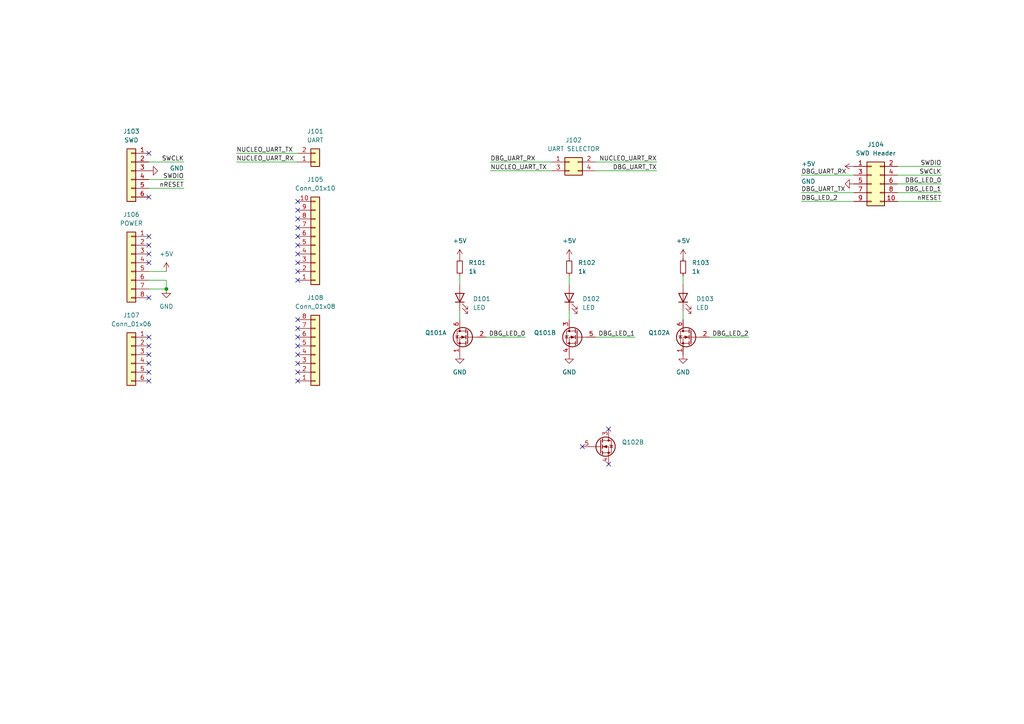
<source format=kicad_sch>
(kicad_sch (version 20230121) (generator eeschema)
  (paper "A4")
  (lib_symbols
    (symbol "Connector_Generic:Conn_01x02" (pin_names (offset 1.016) hide)
      (property "Reference" "J" (at 0 2.54 0))
      (property "Value" "Conn_01x02" (at 0 -5.08 0))
      (symbol "Conn_01x02_1_1"
        (rectangle (start -1.27 -2.413) (end 0 -2.667) (stroke (width 0.1524)))
        (rectangle (start -1.27 0.127) (end 0 -0.127) (stroke (width 0.1524)))
        (rectangle (start -1.27 1.27) (end 1.27 -3.81) (stroke (width 0.254)) (fill (type background)))
        (pin passive line (at -5.08 0 0) (length 3.81) (name "Pin_1") (number "1"))
        (pin passive line (at -5.08 -2.54 0) (length 3.81) (name "Pin_2") (number "2"))
      )
    )
    (symbol "Connector_Generic:Conn_01x06" (pin_names (offset 1.016) hide)
      (property "Reference" "J" (at 0 7.62 0))
      (property "Value" "Conn_01x06" (at 0 -10.16 0))
      (symbol "Conn_01x06_1_1"
        (rectangle (start -1.27 -7.493) (end 0 -7.747) (stroke (width 0.1524)))
        (rectangle (start -1.27 -4.953) (end 0 -5.207) (stroke (width 0.1524)))
        (rectangle (start -1.27 -2.413) (end 0 -2.667) (stroke (width 0.1524)))
        (rectangle (start -1.27 0.127) (end 0 -0.127) (stroke (width 0.1524)))
        (rectangle (start -1.27 2.667) (end 0 2.413) (stroke (width 0.1524)))
        (rectangle (start -1.27 5.207) (end 0 4.953) (stroke (width 0.1524)))
        (rectangle (start -1.27 6.35) (end 1.27 -8.89) (stroke (width 0.254)) (fill (type background)))
        (pin passive line (at -5.08 5.08 0) (length 3.81) (name "Pin_1") (number "1"))
        (pin passive line (at -5.08 2.54 0) (length 3.81) (name "Pin_2") (number "2"))
        (pin passive line (at -5.08 0 0) (length 3.81) (name "Pin_3") (number "3"))
        (pin passive line (at -5.08 -2.54 0) (length 3.81) (name "Pin_4") (number "4"))
        (pin passive line (at -5.08 -5.08 0) (length 3.81) (name "Pin_5") (number "5"))
        (pin passive line (at -5.08 -7.62 0) (length 3.81) (name "Pin_6") (number "6"))
      )
    )
    (symbol "Connector_Generic:Conn_01x08" (pin_names (offset 1.016) hide)
      (property "Reference" "J" (at 0 10.16 0))
      (property "Value" "Conn_01x08" (at 0 -12.7 0))
      (symbol "Conn_01x08_1_1"
        (rectangle (start -1.27 -10.033) (end 0 -10.287) (stroke (width 0.1524)))
        (rectangle (start -1.27 -7.493) (end 0 -7.747) (stroke (width 0.1524)))
        (rectangle (start -1.27 -4.953) (end 0 -5.207) (stroke (width 0.1524)))
        (rectangle (start -1.27 -2.413) (end 0 -2.667) (stroke (width 0.1524)))
        (rectangle (start -1.27 0.127) (end 0 -0.127) (stroke (width 0.1524)))
        (rectangle (start -1.27 2.667) (end 0 2.413) (stroke (width 0.1524)))
        (rectangle (start -1.27 5.207) (end 0 4.953) (stroke (width 0.1524)))
        (rectangle (start -1.27 7.747) (end 0 7.493) (stroke (width 0.1524)))
        (rectangle (start -1.27 8.89) (end 1.27 -11.43) (stroke (width 0.254)) (fill (type background)))
        (pin passive line (at -5.08 7.62 0) (length 3.81) (name "Pin_1") (number "1"))
        (pin passive line (at -5.08 5.08 0) (length 3.81) (name "Pin_2") (number "2"))
        (pin passive line (at -5.08 2.54 0) (length 3.81) (name "Pin_3") (number "3"))
        (pin passive line (at -5.08 0 0) (length 3.81) (name "Pin_4") (number "4"))
        (pin passive line (at -5.08 -2.54 0) (length 3.81) (name "Pin_5") (number "5"))
        (pin passive line (at -5.08 -5.08 0) (length 3.81) (name "Pin_6") (number "6"))
        (pin passive line (at -5.08 -7.62 0) (length 3.81) (name "Pin_7") (number "7"))
        (pin passive line (at -5.08 -10.16 0) (length 3.81) (name "Pin_8") (number "8"))
      )
    )
    (symbol "Connector_Generic:Conn_01x10" (pin_names (offset 1.016) hide)
      (property "Reference" "J" (at 0 12.7 0))
      (property "Value" "Conn_01x10" (at 0 -15.24 0))
      (symbol "Conn_01x10_1_1"
        (rectangle (start -1.27 -12.573) (end 0 -12.827) (stroke (width 0.1524)))
        (rectangle (start -1.27 -10.033) (end 0 -10.287) (stroke (width 0.1524)))
        (rectangle (start -1.27 -7.493) (end 0 -7.747) (stroke (width 0.1524)))
        (rectangle (start -1.27 -4.953) (end 0 -5.207) (stroke (width 0.1524)))
        (rectangle (start -1.27 -2.413) (end 0 -2.667) (stroke (width 0.1524)))
        (rectangle (start -1.27 0.127) (end 0 -0.127) (stroke (width 0.1524)))
        (rectangle (start -1.27 2.667) (end 0 2.413) (stroke (width 0.1524)))
        (rectangle (start -1.27 5.207) (end 0 4.953) (stroke (width 0.1524)))
        (rectangle (start -1.27 7.747) (end 0 7.493) (stroke (width 0.1524)))
        (rectangle (start -1.27 10.287) (end 0 10.033) (stroke (width 0.1524)))
        (rectangle (start -1.27 11.43) (end 1.27 -13.97) (stroke (width 0.254)) (fill (type background)))
        (pin passive line (at -5.08 10.16 0) (length 3.81) (name "Pin_1") (number "1"))
        (pin passive line (at -5.08 -12.7 0) (length 3.81) (name "Pin_10") (number "10"))
        (pin passive line (at -5.08 7.62 0) (length 3.81) (name "Pin_2") (number "2"))
        (pin passive line (at -5.08 5.08 0) (length 3.81) (name "Pin_3") (number "3"))
        (pin passive line (at -5.08 2.54 0) (length 3.81) (name "Pin_4") (number "4"))
        (pin passive line (at -5.08 0 0) (length 3.81) (name "Pin_5") (number "5"))
        (pin passive line (at -5.08 -2.54 0) (length 3.81) (name "Pin_6") (number "6"))
        (pin passive line (at -5.08 -5.08 0) (length 3.81) (name "Pin_7") (number "7"))
        (pin passive line (at -5.08 -7.62 0) (length 3.81) (name "Pin_8") (number "8"))
        (pin passive line (at -5.08 -10.16 0) (length 3.81) (name "Pin_9") (number "9"))
      )
    )
    (symbol "Connector_Generic:Conn_02x02_Odd_Even" (pin_names (offset 1.016) hide)
      (property "Reference" "J" (at 1.27 2.54 0))
      (property "Value" "Conn_02x02_Odd_Even" (at 1.27 -5.08 0))
      (symbol "Conn_02x02_Odd_Even_1_1"
        (rectangle (start -1.27 -2.413) (end 0 -2.667) (stroke (width 0.1524)))
        (rectangle (start -1.27 0.127) (end 0 -0.127) (stroke (width 0.1524)))
        (rectangle (start -1.27 1.27) (end 3.81 -3.81) (stroke (width 0.254)) (fill (type background)))
        (rectangle (start 3.81 -2.413) (end 2.54 -2.667) (stroke (width 0.1524)))
        (rectangle (start 3.81 0.127) (end 2.54 -0.127) (stroke (width 0.1524)))
        (pin passive line (at -5.08 0 0) (length 3.81) (name "Pin_1") (number "1"))
        (pin passive line (at 7.62 0 180) (length 3.81) (name "Pin_2") (number "2"))
        (pin passive line (at -5.08 -2.54 0) (length 3.81) (name "Pin_3") (number "3"))
        (pin passive line (at 7.62 -2.54 180) (length 3.81) (name "Pin_4") (number "4"))
      )
    )
    (symbol "Connector_Generic:Conn_02x05_Odd_Even" (pin_names (offset 1.016) hide)
      (property "Reference" "J" (at 1.27 7.62 0))
      (property "Value" "Conn_02x05_Odd_Even" (at 1.27 -7.62 0))
      (symbol "Conn_02x05_Odd_Even_1_1"
        (rectangle (start -1.27 -4.953) (end 0 -5.207) (stroke (width 0.1524)))
        (rectangle (start -1.27 -2.413) (end 0 -2.667) (stroke (width 0.1524)))
        (rectangle (start -1.27 0.127) (end 0 -0.127) (stroke (width 0.1524)))
        (rectangle (start -1.27 2.667) (end 0 2.413) (stroke (width 0.1524)))
        (rectangle (start -1.27 5.207) (end 0 4.953) (stroke (width 0.1524)))
        (rectangle (start -1.27 6.35) (end 3.81 -6.35) (stroke (width 0.254)) (fill (type background)))
        (rectangle (start 3.81 -4.953) (end 2.54 -5.207) (stroke (width 0.1524)))
        (rectangle (start 3.81 -2.413) (end 2.54 -2.667) (stroke (width 0.1524)))
        (rectangle (start 3.81 0.127) (end 2.54 -0.127) (stroke (width 0.1524)))
        (rectangle (start 3.81 2.667) (end 2.54 2.413) (stroke (width 0.1524)))
        (rectangle (start 3.81 5.207) (end 2.54 4.953) (stroke (width 0.1524)))
        (pin passive line (at -5.08 5.08 0) (length 3.81) (name "Pin_1") (number "1"))
        (pin passive line (at 7.62 -5.08 180) (length 3.81) (name "Pin_10") (number "10"))
        (pin passive line (at 7.62 5.08 180) (length 3.81) (name "Pin_2") (number "2"))
        (pin passive line (at -5.08 2.54 0) (length 3.81) (name "Pin_3") (number "3"))
        (pin passive line (at 7.62 2.54 180) (length 3.81) (name "Pin_4") (number "4"))
        (pin passive line (at -5.08 0 0) (length 3.81) (name "Pin_5") (number "5"))
        (pin passive line (at 7.62 0 180) (length 3.81) (name "Pin_6") (number "6"))
        (pin passive line (at -5.08 -2.54 0) (length 3.81) (name "Pin_7") (number "7"))
        (pin passive line (at 7.62 -2.54 180) (length 3.81) (name "Pin_8") (number "8"))
        (pin passive line (at -5.08 -5.08 0) (length 3.81) (name "Pin_9") (number "9"))
      )
    )
    (symbol "Device:LED" (pin_numbers hide) (pin_names (offset 1.016) hide)
      (property "Reference" "D" (at 0 2.54 0))
      (property "Value" "LED" (at 0 -2.54 0))
      (symbol "LED_0_1"
        (polyline (pts (xy -1.27 -1.27) (xy -1.27 1.27)) (stroke (width 0.254)))
        (polyline (pts (xy -1.27 0) (xy 1.27 0)))
        (polyline (pts (xy 1.27 -1.27) (xy 1.27 1.27) (xy -1.27 0) (xy 1.27 -1.27)) (stroke (width 0.254)))
        (polyline (pts (xy -3.048 -0.762) (xy -4.572 -2.286) (xy -3.81 -2.286) (xy -4.572 -2.286) (xy -4.572 -1.524)))
        (polyline (pts (xy -1.778 -0.762) (xy -3.302 -2.286) (xy -2.54 -2.286) (xy -3.302 -2.286) (xy -3.302 -1.524)))
      )
      (symbol "LED_1_1"
        (pin passive line (at -3.81 0 0) (length 2.54) (name "K") (number "1"))
        (pin passive line (at 3.81 0 180) (length 2.54) (name "A") (number "2"))
      )
    )
    (symbol "Device:Q_Dual_NMOS_S1G1D2S2G2D1" (pin_names (offset 0) hide)
      (property "Reference" "Q" (at 6.35 1.27 0))
      (property "Value" "Q_Dual_NMOS_S1G1D2S2G2D1" (at 19.05 -1.27 0))
      (symbol "Q_Dual_NMOS_S1G1D2S2G2D1_0_1"
        (polyline (pts (xy 0.254 0) (xy -2.54 0)))
        (polyline (pts (xy 0.254 1.905) (xy 0.254 -1.905)) (stroke (width 0.254)))
        (polyline (pts (xy 0.762 -1.27) (xy 0.762 -2.286)) (stroke (width 0.254)))
        (polyline (pts (xy 0.762 0.508) (xy 0.762 -0.508)) (stroke (width 0.254)))
        (polyline (pts (xy 0.762 2.286) (xy 0.762 1.27)) (stroke (width 0.254)))
        (polyline (pts (xy 2.54 2.54) (xy 2.54 1.778)))
        (polyline (pts (xy 2.54 -2.54) (xy 2.54 0) (xy 0.762 0)))
        (polyline (pts (xy 0.762 -1.778) (xy 3.302 -1.778) (xy 3.302 1.778) (xy 0.762 1.778)))
        (polyline (pts (xy 1.016 0) (xy 2.032 0.381) (xy 2.032 -0.381) (xy 1.016 0)) (fill (type outline)))
        (polyline (pts (xy 2.794 0.508) (xy 2.921 0.381) (xy 3.683 0.381) (xy 3.81 0.254)))
        (polyline (pts (xy 3.302 0.381) (xy 2.921 -0.254) (xy 3.683 -0.254) (xy 3.302 0.381)))
        (circle (center 1.651 0) (radius 2.794) (stroke (width 0.254)))
        (circle (center 2.54 -1.778) (radius 0.254) (fill (type outline)))
        (circle (center 2.54 1.778) (radius 0.254) (fill (type outline)))
      )
      (symbol "Q_Dual_NMOS_S1G1D2S2G2D1_1_1"
        (pin passive line (at 2.54 -5.08 90) (length 2.54) (name "S") (number "1"))
        (pin input line (at -5.08 0 0) (length 2.54) (name "G") (number "2"))
        (pin passive line (at 2.54 5.08 270) (length 2.54) (name "D") (number "6"))
      )
      (symbol "Q_Dual_NMOS_S1G1D2S2G2D1_2_1"
        (pin passive line (at 2.54 5.08 270) (length 2.54) (name "D") (number "3"))
        (pin passive line (at 2.54 -5.08 90) (length 2.54) (name "S") (number "4"))
        (pin input line (at -5.08 0 0) (length 2.54) (name "G") (number "5"))
      )
    )
    (symbol "Device:R_Small" (pin_numbers hide) (pin_names (offset 0.254) hide)
      (property "Reference" "R" (at 0.762 0.508 0))
      (property "Value" "R_Small" (at 0.762 -1.016 0))
      (symbol "R_Small_0_1"
        (rectangle (start -0.762 1.778) (end 0.762 -1.778) (stroke (width 0.2032)))
      )
      (symbol "R_Small_1_1"
        (pin passive line (at 0 2.54 270) (length 0.762) (name "~") (number "1"))
        (pin passive line (at 0 -2.54 90) (length 0.762) (name "~") (number "2"))
      )
    )
    (symbol "power:+5V" (power) (pin_names (offset 0))
      (property "Value" "+5V" (at 0 3.556 0))
      (symbol "+5V_0_1"
        (polyline (pts (xy -0.762 1.27) (xy 0 2.54)))
        (polyline (pts (xy 0 0) (xy 0 2.54)))
        (polyline (pts (xy 0 2.54) (xy 0.762 1.27)))
      )
      (symbol "+5V_1_1"
        (pin power_in line (at 0 0 90) (length 0) hide (name "+5V") (number "1"))
      )
    )
    (symbol "power:GND" (power) (pin_names (offset 0))
      (property "Value" "GND" (at 0 -3.81 0))
      (symbol "GND_0_1"
        (polyline (pts (xy 0 0) (xy 0 -1.27) (xy 1.27 -1.27) (xy 0 -2.54) (xy -1.27 -1.27) (xy 0 -1.27)))
      )
      (symbol "GND_1_1"
        (pin power_in line (at 0 0 270) (length 0) hide (name "GND") (number "1"))
      )
    )
  )
  (junction (at 48.26 83.82))
  (no_connect (at 86.36 58.42))
  (no_connect (at 168.91 129.54))
  (no_connect (at 43.18 68.58))
  (no_connect (at 86.36 100.33))
  (no_connect (at 86.36 73.66))
  (no_connect (at 86.36 71.12))
  (no_connect (at 43.18 107.95))
  (no_connect (at 43.18 97.79))
  (no_connect (at 86.36 66.04))
  (no_connect (at 86.36 102.87))
  (no_connect (at 176.53 124.46))
  (no_connect (at 86.36 60.96))
  (no_connect (at 43.18 102.87))
  (no_connect (at 176.53 134.62))
  (no_connect (at 86.36 107.95))
  (no_connect (at 43.18 105.41))
  (no_connect (at 86.36 105.41))
  (no_connect (at 43.18 57.15))
  (no_connect (at 86.36 81.28))
  (no_connect (at 43.18 76.2))
  (no_connect (at 86.36 110.49))
  (no_connect (at 86.36 76.2))
  (no_connect (at 86.36 68.58))
  (no_connect (at 86.36 97.79))
  (no_connect (at 86.36 92.71))
  (no_connect (at 86.36 63.5))
  (no_connect (at 43.18 44.45))
  (no_connect (at 86.36 95.25))
  (no_connect (at 43.18 86.36))
  (no_connect (at 43.18 100.33))
  (no_connect (at 43.18 73.66))
  (no_connect (at 86.36 78.74))
  (no_connect (at 43.18 71.12))
  (no_connect (at 43.18 110.49))
  (wire (pts (xy 68.58 44.45) (xy 86.36 44.45)))
  (wire (pts (xy 260.35 50.8) (xy 273.05 50.8)))
  (wire (pts (xy 260.35 58.42) (xy 273.05 58.42)))
  (wire (pts (xy 232.41 55.88) (xy 247.65 55.88)))
  (wire (pts (xy 260.35 55.88) (xy 273.05 55.88)))
  (wire (pts (xy 43.18 52.07) (xy 53.34 52.07)))
  (wire (pts (xy 142.24 46.99) (xy 160.02 46.99)))
  (wire (pts (xy 133.35 90.17) (xy 133.35 92.71)))
  (wire (pts (xy 48.26 81.28) (xy 48.26 83.82)))
  (wire (pts (xy 232.41 58.42) (xy 247.65 58.42)))
  (wire (pts (xy 165.1 90.17) (xy 165.1 92.71)))
  (wire (pts (xy 190.5 46.99) (xy 172.72 46.99)))
  (wire (pts (xy 205.74 97.79) (xy 217.17 97.79)))
  (wire (pts (xy 260.35 53.34) (xy 273.05 53.34)))
  (wire (pts (xy 198.12 80.01) (xy 198.12 82.55)))
  (wire (pts (xy 260.35 48.26) (xy 273.05 48.26)))
  (wire (pts (xy 172.72 49.53) (xy 190.5 49.53)))
  (wire (pts (xy 43.18 83.82) (xy 48.26 83.82)))
  (wire (pts (xy 172.72 97.79) (xy 184.15 97.79)))
  (wire (pts (xy 198.12 90.17) (xy 198.12 92.71)))
  (wire (pts (xy 68.58 46.99) (xy 86.36 46.99)))
  (wire (pts (xy 43.18 54.61) (xy 53.34 54.61)))
  (wire (pts (xy 43.18 81.28) (xy 48.26 81.28)))
  (wire (pts (xy 232.41 50.8) (xy 247.65 50.8)))
  (wire (pts (xy 133.35 80.01) (xy 133.35 82.55)))
  (wire (pts (xy 43.18 46.99) (xy 53.34 46.99)))
  (wire (pts (xy 140.97 97.79) (xy 152.4 97.79)))
  (wire (pts (xy 142.24 49.53) (xy 160.02 49.53)))
  (wire (pts (xy 43.18 78.74) (xy 48.26 78.74)))
  (wire (pts (xy 165.1 80.01) (xy 165.1 82.55)))
  (label "DBG_UART_RX" (at 232.41 50.8 0))
  (label "DBG_LED_2" (at 232.41 58.42 0))
  (label "SWCLK" (at 53.34 46.99 180))
  (label "nRESET" (at 53.34 54.61 180))
  (label "DBG_UART_TX" (at 232.41 55.88 0))
  (label "DBG_LED_1" (at 273.05 55.88 180))
  (label "NUCLEO_UART_TX" (at 142.24 49.53 0))
  (label "DBG_UART_TX" (at 190.5 49.53 180))
  (label "NUCLEO_UART_TX" (at 68.58 44.45 0))
  (label "NUCLEO_UART_RX" (at 190.5 46.99 180))
  (label "SWDIO" (at 273.05 48.26 180))
  (label "DBG_LED_0" (at 152.4 97.79 180))
  (label "DBG_UART_RX" (at 142.24 46.99 0))
  (label "SWDIO" (at 53.34 52.07 180))
  (label "DBG_LED_0" (at 273.05 53.34 180))
  (label "NUCLEO_UART_RX" (at 68.58 46.99 0))
  (label "nRESET" (at 273.05 58.42 180))
  (label "DBG_LED_2" (at 217.17 97.79 180))
  (label "SWCLK" (at 273.05 50.8 180))
  (label "DBG_LED_1" (at 184.15 97.79 180))
  (symbol (lib_id "power:GND") (at 247.65 53.34 270) (unit 1)
    (property "Reference" "#PWR0103" (effects hide))
    (property "Value" "GND" (at 232.41 53.34 90) (effects (justify left bottom)))
  )
  (symbol (lib_id "Device:Q_Dual_NMOS_S1G1D2S2G2D1") (at 135.89 97.79 0) (mirror y) (unit 1)
    (property "Reference" "Q101" (at 129.54 96.5199 0) (effects (justify left)))
    (property "Value" "Q_Dual_NMOS_S1G1D2S2G2D1" (effects hide))
    (property "Footprint" "Package_TO_SOT_SMD:SOT-363_SC-70-6_Handsoldering" (effects hide))
    (property "Datasheet" "https://media.digikey.com/pdf/Data%20Sheets/Toshiba%20PDFs/SSM6N7002KFU.pdf" (effects hide))
    (property "Item Link" "https://www.digikey.com.au/en/products/detail/toshiba-semiconductor-and-storage/SSM6N7002KFU-LF/5810234" (effects hide))
  )
  (symbol (lib_id "Device:R_Small") (at 198.12 77.47 0) (unit 1)
    (property "Reference" "R103" (at 200.66 76.1999 0) (effects (justify left)))
    (property "Value" "1k" (at 200.66 78.7399 0) (effects (justify left)))
    (property "Footprint" "Resistor_SMD:R_0805_2012Metric_Pad1.20x1.40mm_HandSolder" (effects hide))
  )
  (symbol (lib_id "power:+5V") (at 247.65 48.26 90) (unit 1)
    (property "Reference" "#PWR0101" (effects hide))
    (property "Value" "+5V" (at 232.41 48.26 90) (effects (justify right top)))
  )
  (symbol (lib_id "Device:R_Small") (at 133.35 77.47 0) (unit 1)
    (property "Reference" "R101" (at 135.89 76.1999 0) (effects (justify left)))
    (property "Value" "1k" (at 135.89 78.7399 0) (effects (justify left)))
    (property "Footprint" "Resistor_SMD:R_0805_2012Metric_Pad1.20x1.40mm_HandSolder" (effects hide))
  )
  (symbol (lib_id "power:GND") (at 133.35 102.87 0) (unit 1)
    (property "Reference" "#PWR0109" (effects hide))
    (property "Value" "GND" (at 133.35 107.95 0))
  )
  (symbol (lib_id "power:GND") (at 48.26 83.82 0) (unit 1)
    (property "Reference" "#PWR0108" (effects hide))
    (property "Value" "GND" (at 48.26 88.9 0))
  )
  (symbol (lib_id "Connector_Generic:Conn_01x08") (at 38.1 76.2 0) (mirror y) (unit 1)
    (property "Reference" "J106" (at 38.1 62.23 0))
    (property "Value" "POWER" (at 38.1 64.77 0))
    (property "Footprint" "Connector_PinHeader_2.54mm:PinHeader_1x08_P2.54mm_Vertical" (effects hide))
  )
  (symbol (lib_id "power:+5V") (at 198.12 74.93 0) (unit 1)
    (property "Reference" "#PWR0106" (effects hide))
    (property "Value" "+5V" (at 198.12 69.85 0))
  )
  (symbol (lib_id "Connector_Generic:Conn_01x06") (at 38.1 102.87 0) (mirror y) (unit 1)
    (property "Reference" "J107" (at 38.1 91.44 0))
    (property "Value" "Conn_01x06" (at 38.1 93.98 0))
    (property "Footprint" "Connector_PinHeader_2.54mm:PinHeader_1x06_P2.54mm_Vertical" (effects hide))
  )
  (symbol (lib_id "Device:R_Small") (at 165.1 77.47 0) (unit 1)
    (property "Reference" "R102" (at 167.64 76.1999 0) (effects (justify left)))
    (property "Value" "1k" (at 167.64 78.7399 0) (effects (justify left)))
    (property "Footprint" "Resistor_SMD:R_0805_2012Metric_Pad1.20x1.40mm_HandSolder" (effects hide))
  )
  (symbol (lib_id "Device:LED") (at 165.1 86.36 90) (unit 1)
    (property "Reference" "D102" (at 168.91 86.6774 90) (effects (justify right)))
    (property "Value" "LED" (at 168.91 89.2174 90) (effects (justify right)))
    (property "Footprint" "LED_SMD:LED_0805_2012Metric_Pad1.15x1.40mm_HandSolder" (effects hide))
  )
  (symbol (lib_id "power:+5V") (at 48.26 78.74 0) (unit 1)
    (property "Reference" "#PWR0107" (effects hide))
    (property "Value" "+5V" (at 48.26 73.66 0))
  )
  (symbol (lib_id "power:+5V") (at 165.1 74.93 0) (unit 1)
    (property "Reference" "#PWR0105" (effects hide))
    (property "Value" "+5V" (at 165.1 69.85 0))
  )
  (symbol (lib_id "Connector_Generic:Conn_02x02_Odd_Even") (at 165.1 46.99 0) (unit 1)
    (property "Reference" "J102" (at 166.37 40.64 0))
    (property "Value" "UART SELECTOR" (at 166.37 43.18 0))
    (property "Footprint" "Connector_PinHeader_2.54mm:PinHeader_2x02_P2.54mm_Vertical" (effects hide))
  )
  (symbol (lib_id "Device:Q_Dual_NMOS_S1G1D2S2G2D1") (at 167.64 97.79 0) (mirror y) (unit 2)
    (property "Reference" "Q101" (at 161.29 96.5199 0) (effects (justify left)))
    (property "Value" "Q_Dual_NMOS_S1G1D2S2G2D1" (effects hide))
    (property "Footprint" "Package_TO_SOT_SMD:SOT-363_SC-70-6_Handsoldering" (effects hide))
    (property "Datasheet" "https://media.digikey.com/pdf/Data%20Sheets/Toshiba%20PDFs/SSM6N7002KFU.pdf" (effects hide))
    (property "Item Link" "https://www.digikey.com.au/en/products/detail/toshiba-semiconductor-and-storage/SSM6N7002KFU-LF/5810234" (effects hide))
  )
  (symbol (lib_id "Connector_Generic:Conn_01x08") (at 91.44 102.87 0) (mirror x) (unit 1)
    (property "Reference" "J108" (at 91.44 86.36 0))
    (property "Value" "Conn_01x08" (at 91.44 88.9 0))
    (property "Footprint" "Connector_PinHeader_2.54mm:PinHeader_1x08_P2.54mm_Vertical" (effects hide))
  )
  (symbol (lib_id "Device:LED") (at 133.35 86.36 90) (unit 1)
    (property "Reference" "D101" (at 137.16 86.6774 90) (effects (justify right)))
    (property "Value" "LED" (at 137.16 89.2174 90) (effects (justify right)))
    (property "Footprint" "LED_SMD:LED_0805_2012Metric_Pad1.15x1.40mm_HandSolder" (effects hide))
  )
  (symbol (lib_id "power:+5V") (at 133.35 74.93 0) (unit 1)
    (property "Reference" "#PWR0104" (effects hide))
    (property "Value" "+5V" (at 133.35 69.85 0))
  )
  (symbol (lib_id "Device:LED") (at 198.12 86.36 90) (unit 1)
    (property "Reference" "D103" (at 201.93 86.6774 90) (effects (justify right)))
    (property "Value" "LED" (at 201.93 89.2174 90) (effects (justify right)))
    (property "Footprint" "LED_SMD:LED_0805_2012Metric_Pad1.15x1.40mm_HandSolder" (effects hide))
  )
  (symbol (lib_id "Connector_Generic:Conn_01x10") (at 91.44 71.12 0) (mirror x) (unit 1)
    (property "Reference" "J105" (at 91.44 52.07 0))
    (property "Value" "Conn_01x10" (at 91.44 54.61 0))
    (property "Footprint" "Connector_PinHeader_2.54mm:PinHeader_1x10_P2.54mm_Vertical" (effects hide))
  )
  (symbol (lib_id "Device:Q_Dual_NMOS_S1G1D2S2G2D1") (at 173.99 129.54 0) (unit 2)
    (property "Reference" "Q102" (at 180.34 128.2699 0) (effects (justify left)))
    (property "Value" "Q_Dual_NMOS_S1G1D2S2G2D1" (effects hide))
    (property "Footprint" "Package_TO_SOT_SMD:SOT-363_SC-70-6_Handsoldering" (effects hide))
    (property "Datasheet" "https://media.digikey.com/pdf/Data%20Sheets/Toshiba%20PDFs/SSM6N7002KFU.pdf" (effects hide))
    (property "Item Link" "https://www.digikey.com.au/en/products/detail/toshiba-semiconductor-and-storage/SSM6N7002KFU-LF/5810234" (effects hide))
  )
  (symbol (lib_id "Device:Q_Dual_NMOS_S1G1D2S2G2D1") (at 200.66 97.79 0) (mirror y) (unit 1)
    (property "Reference" "Q102" (at 194.31 96.5199 0) (effects (justify left)))
    (property "Value" "Q_Dual_NMOS_S1G1D2S2G2D1" (effects hide))
    (property "Footprint" "Package_TO_SOT_SMD:SOT-363_SC-70-6_Handsoldering" (effects hide))
    (property "Datasheet" "https://media.digikey.com/pdf/Data%20Sheets/Toshiba%20PDFs/SSM6N7002KFU.pdf" (effects hide))
    (property "Item Link" "https://www.digikey.com.au/en/products/detail/toshiba-semiconductor-and-storage/SSM6N7002KFU-LF/5810234" (effects hide))
  )
  (symbol (lib_id "Connector_Generic:Conn_01x02") (at 91.44 46.99 0) (mirror x) (unit 1)
    (property "Reference" "J101" (at 91.44 38.1 0))
    (property "Value" "UART" (at 91.44 40.64 0))
    (property "Footprint" "Connector_PinSocket_2.54mm:PinSocket_1x02_P2.54mm_Vertical" (effects hide))
  )
  (symbol (lib_id "Connector_Generic:Conn_01x06") (at 38.1 49.53 0) (mirror y) (unit 1)
    (property "Reference" "J103" (at 38.1 38.1 0))
    (property "Value" "SWD" (at 38.1 40.64 0))
    (property "Footprint" "Connector_PinSocket_2.54mm:PinSocket_1x06_P2.54mm_Vertical" (effects hide))
  )
  (symbol (lib_id "Connector_Generic:Conn_02x05_Odd_Even") (at 252.73 53.34 0) (unit 1)
    (property "Reference" "J104" (at 254 41.91 0))
    (property "Value" "SWD Header" (at 254 44.45 0))
    (property "Footprint" "Connector_PinHeader_1.27mm:PinHeader_2x05_P1.27mm_Vertical_SMD" (effects hide))
    (property "Datasheet" "https://media.digikey.com/pdf/Data%20Sheets/Adafruit%20PDFs/4048_Web.pdf" (effects hide))
    (property "Item Link" "https://www.digikey.com.au/en/products/detail/adafruit-industries-llc/4048/9843412" (effects hide))
  )
  (symbol (lib_id "power:GND") (at 43.18 49.53 90) (unit 1)
    (property "Reference" "#PWR0102" (effects hide))
    (property "Value" "GND" (at 53.34 49.53 90) (effects (justify left top)))
  )
  (symbol (lib_id "power:GND") (at 198.12 102.87 0) (unit 1)
    (property "Reference" "#PWR0111" (effects hide))
    (property "Value" "GND" (at 198.12 107.95 0))
  )
  (symbol (lib_id "power:GND") (at 165.1 102.87 0) (unit 1)
    (property "Reference" "#PWR0110" (effects hide))
    (property "Value" "GND" (at 165.1 107.95 0))
  )
)
</source>
